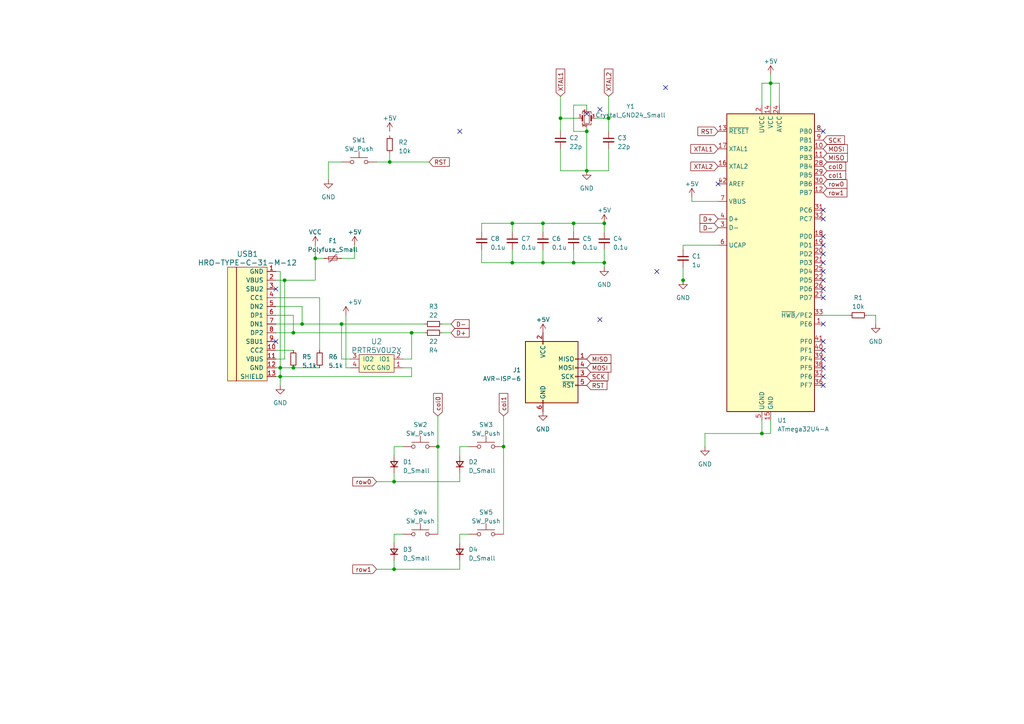
<source format=kicad_sch>
(kicad_sch (version 20230121) (generator eeschema)
  (paper "A4")
  (lib_symbols
    (symbol "Connector:AVR-ISP-6" (pin_names (offset 1.016))
      (property "Reference" "J" (at -6.35 11.43 0))
      (property "Value" "AVR-ISP-6" (at 0 11.43 0))
      (symbol "AVR-ISP-6_0_1"
        (rectangle (start -2.667 -6.858) (end -2.413 -7.62))
        (rectangle (start -2.667 10.16) (end -2.413 9.398))
        (rectangle (start 7.62 -2.413) (end 6.858 -2.667))
        (rectangle (start 7.62 0.127) (end 6.858 -0.127))
        (rectangle (start 7.62 2.667) (end 6.858 2.413))
        (rectangle (start 7.62 5.207) (end 6.858 4.953))
        (rectangle (start 7.62 10.16) (end -7.62 -7.62) (stroke (width 0.254)) (fill (type background)))
      )
      (symbol "AVR-ISP-6_1_1"
        (pin passive line (at 10.16 5.08 180) (length 2.54) (name "MISO") (number "1"))
        (pin passive line (at -2.54 12.7 270) (length 2.54) (name "VCC") (number "2"))
        (pin passive line (at 10.16 0 180) (length 2.54) (name "SCK") (number "3"))
        (pin passive line (at 10.16 2.54 180) (length 2.54) (name "MOSI") (number "4"))
        (pin passive line (at 10.16 -2.54 180) (length 2.54) (name "~{RST}") (number "5"))
        (pin passive line (at -2.54 -10.16 90) (length 2.54) (name "GND") (number "6"))
      )
    )
    (symbol "Device:C_Small" (pin_numbers hide) (pin_names (offset 0.254) hide)
      (property "Reference" "C" (at 0.254 1.778 0))
      (property "Value" "C_Small" (at 0.254 -2.032 0))
      (symbol "C_Small_0_1"
        (polyline (pts (xy -1.524 -0.508) (xy 1.524 -0.508)) (stroke (width 0.3302)))
        (polyline (pts (xy -1.524 0.508) (xy 1.524 0.508)) (stroke (width 0.3048)))
      )
      (symbol "C_Small_1_1"
        (pin passive line (at 0 2.54 270) (length 2.032) (name "~") (number "1"))
        (pin passive line (at 0 -2.54 90) (length 2.032) (name "~") (number "2"))
      )
    )
    (symbol "Device:Crystal_GND24_Small" (pin_names (offset 1.016) hide)
      (property "Reference" "Y" (at 1.27 4.445 0))
      (property "Value" "Crystal_GND24_Small" (at 1.27 2.54 0))
      (symbol "Crystal_GND24_Small_0_1"
        (rectangle (start -0.762 -1.524) (end 0.762 1.524))
        (polyline (pts (xy -1.27 -0.762) (xy -1.27 0.762)) (stroke (width 0.381)))
        (polyline (pts (xy 1.27 -0.762) (xy 1.27 0.762)) (stroke (width 0.381)))
        (polyline (pts (xy -1.27 -1.27) (xy -1.27 -1.905) (xy 1.27 -1.905) (xy 1.27 -1.27)))
        (polyline (pts (xy -1.27 1.27) (xy -1.27 1.905) (xy 1.27 1.905) (xy 1.27 1.27)))
      )
      (symbol "Crystal_GND24_Small_1_1"
        (pin passive line (at -2.54 0 0) (length 1.27) (name "1") (number "1"))
        (pin passive line (at 0 -2.54 90) (length 0.635) (name "2") (number "2"))
        (pin passive line (at 2.54 0 180) (length 1.27) (name "3") (number "3"))
        (pin passive line (at 0 2.54 270) (length 0.635) (name "4") (number "4"))
      )
    )
    (symbol "Device:D_Small" (pin_numbers hide) (pin_names (offset 0.254) hide)
      (property "Reference" "D" (at -1.27 2.032 0))
      (property "Value" "D_Small" (at -3.81 -2.032 0))
      (symbol "D_Small_0_1"
        (polyline (pts (xy -0.762 -1.016) (xy -0.762 1.016)) (stroke (width 0.254)))
        (polyline (pts (xy -0.762 0) (xy 0.762 0)))
        (polyline (pts (xy 0.762 -1.016) (xy -0.762 0) (xy 0.762 1.016) (xy 0.762 -1.016)) (stroke (width 0.254)))
      )
      (symbol "D_Small_1_1"
        (pin passive line (at -2.54 0 0) (length 1.778) (name "K") (number "1"))
        (pin passive line (at 2.54 0 180) (length 1.778) (name "A") (number "2"))
      )
    )
    (symbol "Device:Polyfuse_Small" (pin_numbers hide) (pin_names (offset 0))
      (property "Reference" "F" (at -1.905 0 90))
      (property "Value" "Polyfuse_Small" (at 1.905 0 90))
      (symbol "Polyfuse_Small_0_1"
        (rectangle (start -0.508 1.27) (end 0.508 -1.27))
        (polyline (pts (xy 0 2.54) (xy 0 -2.54)))
        (polyline (pts (xy -1.016 1.27) (xy -1.016 0.762) (xy 1.016 -0.762) (xy 1.016 -1.27)))
      )
      (symbol "Polyfuse_Small_1_1"
        (pin passive line (at 0 2.54 270) (length 0.635) (name "~") (number "1"))
        (pin passive line (at 0 -2.54 90) (length 0.635) (name "~") (number "2"))
      )
    )
    (symbol "Device:R_Small" (pin_numbers hide) (pin_names (offset 0.254) hide)
      (property "Reference" "R" (at 0.762 0.508 0))
      (property "Value" "R_Small" (at 0.762 -1.016 0))
      (symbol "R_Small_0_1"
        (rectangle (start -0.762 1.778) (end 0.762 -1.778) (stroke (width 0.2032)))
      )
      (symbol "R_Small_1_1"
        (pin passive line (at 0 2.54 270) (length 0.762) (name "~") (number "1"))
        (pin passive line (at 0 -2.54 90) (length 0.762) (name "~") (number "2"))
      )
    )
    (symbol "MCU_Microchip_ATmega:ATmega32U4-A"
      (property "Reference" "U" (at -12.7 44.45 0))
      (property "Value" "ATmega32U4-A" (at 2.54 -44.45 0))
      (symbol "ATmega32U4-A_0_1"
        (rectangle (start -12.7 -43.18) (end 12.7 43.18) (stroke (width 0.254)) (fill (type background)))
      )
      (symbol "ATmega32U4-A_1_1"
        (pin bidirectional line (at 15.24 -17.78 180) (length 2.54) (name "PE6") (number "1"))
        (pin bidirectional line (at 15.24 33.02 180) (length 2.54) (name "PB2") (number "10"))
        (pin bidirectional line (at 15.24 30.48 180) (length 2.54) (name "PB3") (number "11"))
        (pin bidirectional line (at 15.24 20.32 180) (length 2.54) (name "PB7") (number "12"))
        (pin input line (at -15.24 38.1 0) (length 2.54) (name "~{RESET}") (number "13"))
        (pin power_in line (at 0 45.72 270) (length 2.54) (name "VCC") (number "14"))
        (pin power_in line (at 0 -45.72 90) (length 2.54) (name "GND") (number "15"))
        (pin output line (at -15.24 27.94 0) (length 2.54) (name "XTAL2") (number "16"))
        (pin input line (at -15.24 33.02 0) (length 2.54) (name "XTAL1") (number "17"))
        (pin bidirectional line (at 15.24 7.62 180) (length 2.54) (name "PD0") (number "18"))
        (pin bidirectional line (at 15.24 5.08 180) (length 2.54) (name "PD1") (number "19"))
        (pin power_in line (at -2.54 45.72 270) (length 2.54) (name "UVCC") (number "2"))
        (pin bidirectional line (at 15.24 2.54 180) (length 2.54) (name "PD2") (number "20"))
        (pin bidirectional line (at 15.24 0 180) (length 2.54) (name "PD3") (number "21"))
        (pin bidirectional line (at 15.24 -5.08 180) (length 2.54) (name "PD5") (number "22"))
        (pin passive line (at 0 -45.72 90) (length 2.54) hide (name "GND") (number "23"))
        (pin power_in line (at 2.54 45.72 270) (length 2.54) (name "AVCC") (number "24"))
        (pin bidirectional line (at 15.24 -2.54 180) (length 2.54) (name "PD4") (number "25"))
        (pin bidirectional line (at 15.24 -7.62 180) (length 2.54) (name "PD6") (number "26"))
        (pin bidirectional line (at 15.24 -10.16 180) (length 2.54) (name "PD7") (number "27"))
        (pin bidirectional line (at 15.24 27.94 180) (length 2.54) (name "PB4") (number "28"))
        (pin bidirectional line (at 15.24 25.4 180) (length 2.54) (name "PB5") (number "29"))
        (pin bidirectional line (at -15.24 10.16 0) (length 2.54) (name "D-") (number "3"))
        (pin bidirectional line (at 15.24 22.86 180) (length 2.54) (name "PB6") (number "30"))
        (pin bidirectional line (at 15.24 15.24 180) (length 2.54) (name "PC6") (number "31"))
        (pin bidirectional line (at 15.24 12.7 180) (length 2.54) (name "PC7") (number "32"))
        (pin bidirectional line (at 15.24 -15.24 180) (length 2.54) (name "~{HWB}/PE2") (number "33"))
        (pin passive line (at 0 45.72 270) (length 2.54) hide (name "VCC") (number "34"))
        (pin passive line (at 0 -45.72 90) (length 2.54) hide (name "GND") (number "35"))
        (pin bidirectional line (at 15.24 -35.56 180) (length 2.54) (name "PF7") (number "36"))
        (pin bidirectional line (at 15.24 -33.02 180) (length 2.54) (name "PF6") (number "37"))
        (pin bidirectional line (at 15.24 -30.48 180) (length 2.54) (name "PF5") (number "38"))
        (pin bidirectional line (at 15.24 -27.94 180) (length 2.54) (name "PF4") (number "39"))
        (pin bidirectional line (at -15.24 12.7 0) (length 2.54) (name "D+") (number "4"))
        (pin bidirectional line (at 15.24 -25.4 180) (length 2.54) (name "PF1") (number "40"))
        (pin bidirectional line (at 15.24 -22.86 180) (length 2.54) (name "PF0") (number "41"))
        (pin passive line (at -15.24 22.86 0) (length 2.54) (name "AREF") (number "42"))
        (pin passive line (at 0 -45.72 90) (length 2.54) hide (name "GND") (number "43"))
        (pin passive line (at 2.54 45.72 270) (length 2.54) hide (name "AVCC") (number "44"))
        (pin passive line (at -2.54 -45.72 90) (length 2.54) (name "UGND") (number "5"))
        (pin passive line (at -15.24 5.08 0) (length 2.54) (name "UCAP") (number "6"))
        (pin input line (at -15.24 17.78 0) (length 2.54) (name "VBUS") (number "7"))
        (pin bidirectional line (at 15.24 38.1 180) (length 2.54) (name "PB0") (number "8"))
        (pin bidirectional line (at 15.24 35.56 180) (length 2.54) (name "PB1") (number "9"))
      )
    )
    (symbol "Switch:SW_Push" (pin_numbers hide) (pin_names (offset 1.016) hide)
      (property "Reference" "SW" (at 1.27 2.54 0))
      (property "Value" "SW_Push" (at 0 -1.524 0))
      (symbol "SW_Push_0_1"
        (circle (center -2.032 0) (radius 0.508))
        (polyline (pts (xy 0 1.27) (xy 0 3.048)))
        (polyline (pts (xy 2.54 1.27) (xy -2.54 1.27)))
        (circle (center 2.032 0) (radius 0.508))
        (pin passive line (at -5.08 0 0) (length 2.54) (name "1") (number "1"))
        (pin passive line (at 5.08 0 180) (length 2.54) (name "2") (number "2"))
      )
    )
    (symbol "Type-C:HRO-TYPE-C-31-M-12" (pin_names (offset 1.016))
      (property "Reference" "USB" (at -5.08 16.51 0))
      (property "Value" "HRO-TYPE-C-31-M-12" (at -10.16 -1.27 90))
      (symbol "HRO-TYPE-C-31-M-12_0_1"
        (rectangle (start -11.43 15.24) (end -8.89 -17.78) (fill (type background)))
        (rectangle (start 0 -17.78) (end -8.89 15.24) (fill (type background)))
      )
      (symbol "HRO-TYPE-C-31-M-12_1_1"
        (pin input line (at 2.54 13.97 180) (length 2.54) (name "GND") (number "1"))
        (pin input line (at 2.54 -8.89 180) (length 2.54) (name "CC2") (number "10"))
        (pin input line (at 2.54 -11.43 180) (length 2.54) (name "VBUS") (number "11"))
        (pin input line (at 2.54 -13.97 180) (length 2.54) (name "GND") (number "12"))
        (pin input line (at 2.54 -16.51 180) (length 2.54) (name "SHIELD") (number "13"))
        (pin input line (at 2.54 11.43 180) (length 2.54) (name "VBUS") (number "2"))
        (pin input line (at 2.54 8.89 180) (length 2.54) (name "SBU2") (number "3"))
        (pin input line (at 2.54 6.35 180) (length 2.54) (name "CC1") (number "4"))
        (pin input line (at 2.54 3.81 180) (length 2.54) (name "DN2") (number "5"))
        (pin input line (at 2.54 1.27 180) (length 2.54) (name "DP1") (number "6"))
        (pin input line (at 2.54 -1.27 180) (length 2.54) (name "DN1") (number "7"))
        (pin input line (at 2.54 -3.81 180) (length 2.54) (name "DP2") (number "8"))
        (pin input line (at 2.54 -6.35 180) (length 2.54) (name "SBU1") (number "9"))
      )
    )
    (symbol "power:+5V" (power) (pin_names (offset 0))
      (property "Value" "+5V" (at 0 3.556 0))
      (symbol "+5V_0_1"
        (polyline (pts (xy -0.762 1.27) (xy 0 2.54)))
        (polyline (pts (xy 0 0) (xy 0 2.54)))
        (polyline (pts (xy 0 2.54) (xy 0.762 1.27)))
      )
      (symbol "+5V_1_1"
        (pin power_in line (at 0 0 90) (length 0) hide (name "+5V") (number "1"))
      )
    )
    (symbol "power:GND" (power) (pin_names (offset 0))
      (property "Value" "GND" (at 0 -3.81 0))
      (symbol "GND_0_1"
        (polyline (pts (xy 0 0) (xy 0 -1.27) (xy 1.27 -1.27) (xy 0 -2.54) (xy -1.27 -1.27) (xy 0 -1.27)))
      )
      (symbol "GND_1_1"
        (pin power_in line (at 0 0 270) (length 0) hide (name "GND") (number "1"))
      )
    )
    (symbol "power:VCC" (power) (pin_names (offset 0))
      (property "Value" "VCC" (at 0 3.81 0))
      (symbol "VCC_0_1"
        (polyline (pts (xy -0.762 1.27) (xy 0 2.54)))
        (polyline (pts (xy 0 0) (xy 0 2.54)))
        (polyline (pts (xy 0 2.54) (xy 0.762 1.27)))
      )
      (symbol "VCC_1_1"
        (pin power_in line (at 0 0 90) (length 0) hide (name "VCC") (number "1"))
      )
    )
    (symbol "random-keyboard-parts:PRTR5V0U2X" (pin_names (offset 1.016))
      (property "Reference" "U" (at 0 3.81 0))
      (property "Value" "PRTR5V0U2X" (at 0 -3.81 0))
      (symbol "PRTR5V0U2X_0_1"
        (rectangle (start -5.08 2.54) (end 5.08 -2.54) (fill (type background)))
      )
      (symbol "PRTR5V0U2X_1_1"
        (pin input line (at -7.62 1.27 0) (length 2.54) (name "GND") (number "1"))
        (pin input line (at -7.62 -1.27 0) (length 2.54) (name "IO1") (number "2"))
        (pin input line (at 7.62 -1.27 180) (length 2.54) (name "IO2") (number "3"))
        (pin input line (at 7.62 1.27 180) (length 2.54) (name "VCC") (number "4"))
      )
    )
  )
  (junction (at 99.06 93.98))
  (junction (at 85.09 106.68))
  (junction (at 81.28 106.68))
  (junction (at 170.18 49.53))
  (junction (at 166.37 64.77))
  (junction (at 113.03 46.99))
  (junction (at 148.59 76.2))
  (junction (at 220.98 125.73))
  (junction (at 170.18 38.1))
  (junction (at 223.52 24.13))
  (junction (at 157.48 76.2))
  (junction (at 91.44 74.93))
  (junction (at 81.28 109.22))
  (junction (at 119.38 96.52))
  (junction (at 176.53 34.29))
  (junction (at 146.05 129.54))
  (junction (at 148.59 64.77))
  (junction (at 198.12 81.28))
  (junction (at 127 129.54))
  (junction (at 82.55 81.28))
  (junction (at 175.26 76.2))
  (junction (at 166.37 76.2))
  (junction (at 87.63 93.98))
  (junction (at 85.09 96.52))
  (junction (at 114.3 165.1))
  (junction (at 114.3 139.7))
  (junction (at 175.26 64.77))
  (junction (at 162.56 34.29))
  (junction (at 157.48 64.77))
  (no_connect (at 133.35 38.1))
  (no_connect (at 238.76 83.82))
  (no_connect (at 173.99 92.71))
  (no_connect (at 193.04 25.4))
  (no_connect (at 238.76 106.68))
  (no_connect (at 238.76 93.98))
  (no_connect (at 238.76 104.14))
  (no_connect (at 238.76 101.6))
  (no_connect (at 170.18 33.02))
  (no_connect (at 238.76 60.96))
  (no_connect (at 238.76 78.74))
  (no_connect (at 208.28 53.34))
  (no_connect (at 238.76 76.2))
  (no_connect (at 173.99 31.75))
  (no_connect (at 238.76 99.06))
  (no_connect (at 238.76 71.12))
  (no_connect (at 238.76 63.5))
  (no_connect (at 238.76 111.76))
  (no_connect (at 238.76 68.58))
  (no_connect (at 190.5 78.74))
  (no_connect (at 80.01 99.06))
  (no_connect (at 238.76 109.22))
  (no_connect (at 238.76 81.28))
  (no_connect (at 80.01 83.82))
  (no_connect (at 238.76 86.36))
  (no_connect (at 238.76 38.1))
  (no_connect (at 238.76 73.66))
  (wire (pts (xy 162.56 34.29) (xy 162.56 38.1)))
  (wire (pts (xy 81.28 106.68) (xy 85.09 106.68)))
  (wire (pts (xy 162.56 49.53) (xy 170.18 49.53)))
  (wire (pts (xy 157.48 76.2) (xy 148.59 76.2)))
  (wire (pts (xy 109.22 139.7) (xy 114.3 139.7)))
  (wire (pts (xy 100.33 106.68) (xy 101.6 106.68)))
  (wire (pts (xy 220.98 121.92) (xy 220.98 125.73)))
  (wire (pts (xy 82.55 104.14) (xy 80.01 104.14)))
  (wire (pts (xy 81.28 109.22) (xy 81.28 111.76)))
  (wire (pts (xy 166.37 64.77) (xy 157.48 64.77)))
  (wire (pts (xy 81.28 106.68) (xy 81.28 109.22)))
  (wire (pts (xy 198.12 71.12) (xy 208.28 71.12)))
  (wire (pts (xy 133.35 137.16) (xy 133.35 139.7)))
  (wire (pts (xy 109.22 46.99) (xy 113.03 46.99)))
  (wire (pts (xy 146.05 120.65) (xy 146.05 129.54)))
  (wire (pts (xy 80.01 91.44) (xy 85.09 91.44)))
  (wire (pts (xy 99.06 46.99) (xy 95.25 46.99)))
  (wire (pts (xy 220.98 125.73) (xy 223.52 125.73)))
  (wire (pts (xy 166.37 38.1) (xy 170.18 38.1)))
  (wire (pts (xy 204.47 125.73) (xy 220.98 125.73)))
  (wire (pts (xy 166.37 30.48) (xy 166.37 38.1)))
  (wire (pts (xy 114.3 137.16) (xy 114.3 139.7)))
  (wire (pts (xy 172.72 34.29) (xy 176.53 34.29)))
  (wire (pts (xy 223.52 24.13) (xy 223.52 30.48)))
  (wire (pts (xy 116.84 154.94) (xy 114.3 154.94)))
  (wire (pts (xy 80.01 93.98) (xy 87.63 93.98)))
  (wire (pts (xy 148.59 64.77) (xy 139.7 64.77)))
  (wire (pts (xy 223.52 121.92) (xy 223.52 125.73)))
  (wire (pts (xy 85.09 101.6) (xy 80.01 101.6)))
  (wire (pts (xy 82.55 81.28) (xy 80.01 81.28)))
  (wire (pts (xy 220.98 24.13) (xy 223.52 24.13)))
  (wire (pts (xy 80.01 88.9) (xy 87.63 88.9)))
  (wire (pts (xy 157.48 64.77) (xy 148.59 64.77)))
  (wire (pts (xy 128.27 96.52) (xy 130.81 96.52)))
  (wire (pts (xy 198.12 77.47) (xy 198.12 81.28)))
  (wire (pts (xy 92.71 86.36) (xy 92.71 101.6)))
  (wire (pts (xy 109.22 165.1) (xy 114.3 165.1)))
  (wire (pts (xy 166.37 76.2) (xy 166.37 72.39)))
  (wire (pts (xy 116.84 106.68) (xy 119.38 106.68)))
  (wire (pts (xy 148.59 76.2) (xy 139.7 76.2)))
  (wire (pts (xy 200.66 58.42) (xy 208.28 58.42)))
  (wire (pts (xy 91.44 81.28) (xy 82.55 81.28)))
  (wire (pts (xy 119.38 109.22) (xy 81.28 109.22)))
  (wire (pts (xy 223.52 24.13) (xy 223.52 21.59)))
  (wire (pts (xy 198.12 72.39) (xy 198.12 71.12)))
  (wire (pts (xy 175.26 76.2) (xy 166.37 76.2)))
  (wire (pts (xy 119.38 104.14) (xy 119.38 96.52)))
  (wire (pts (xy 220.98 24.13) (xy 220.98 30.48)))
  (wire (pts (xy 82.55 81.28) (xy 82.55 104.14)))
  (wire (pts (xy 238.76 91.44) (xy 246.38 91.44)))
  (wire (pts (xy 119.38 106.68) (xy 119.38 109.22)))
  (wire (pts (xy 81.28 78.74) (xy 80.01 78.74)))
  (wire (pts (xy 170.18 49.53) (xy 176.53 49.53)))
  (wire (pts (xy 170.18 31.75) (xy 170.18 30.48)))
  (wire (pts (xy 162.56 43.18) (xy 162.56 49.53)))
  (wire (pts (xy 146.05 129.54) (xy 146.05 154.94)))
  (wire (pts (xy 157.48 64.77) (xy 157.48 67.31)))
  (wire (pts (xy 204.47 129.54) (xy 204.47 125.73)))
  (wire (pts (xy 114.3 129.54) (xy 114.3 132.08)))
  (wire (pts (xy 116.84 129.54) (xy 114.3 129.54)))
  (wire (pts (xy 100.33 91.44) (xy 100.33 106.68)))
  (wire (pts (xy 170.18 38.1) (xy 170.18 49.53)))
  (wire (pts (xy 91.44 74.93) (xy 91.44 71.12)))
  (wire (pts (xy 91.44 74.93) (xy 91.44 81.28)))
  (wire (pts (xy 157.48 76.2) (xy 157.48 72.39)))
  (wire (pts (xy 133.35 154.94) (xy 133.35 157.48)))
  (wire (pts (xy 87.63 88.9) (xy 87.63 93.98)))
  (wire (pts (xy 133.35 129.54) (xy 133.35 132.08)))
  (wire (pts (xy 128.27 93.98) (xy 130.81 93.98)))
  (wire (pts (xy 175.26 64.77) (xy 166.37 64.77)))
  (wire (pts (xy 200.66 57.15) (xy 200.66 58.42)))
  (wire (pts (xy 99.06 104.14) (xy 99.06 93.98)))
  (wire (pts (xy 176.53 27.94) (xy 176.53 34.29)))
  (wire (pts (xy 170.18 36.83) (xy 170.18 38.1)))
  (wire (pts (xy 114.3 139.7) (xy 133.35 139.7)))
  (wire (pts (xy 81.28 106.68) (xy 81.28 78.74)))
  (wire (pts (xy 114.3 162.56) (xy 114.3 165.1)))
  (wire (pts (xy 80.01 96.52) (xy 85.09 96.52)))
  (wire (pts (xy 176.53 49.53) (xy 176.53 43.18)))
  (wire (pts (xy 176.53 34.29) (xy 176.53 38.1)))
  (wire (pts (xy 166.37 64.77) (xy 166.37 67.31)))
  (wire (pts (xy 175.26 76.2) (xy 175.26 77.47)))
  (wire (pts (xy 170.18 30.48) (xy 166.37 30.48)))
  (wire (pts (xy 254 93.98) (xy 254 91.44)))
  (wire (pts (xy 133.35 162.56) (xy 133.35 165.1)))
  (wire (pts (xy 124.46 46.99) (xy 113.03 46.99)))
  (wire (pts (xy 162.56 27.94) (xy 162.56 34.29)))
  (wire (pts (xy 87.63 93.98) (xy 99.06 93.98)))
  (wire (pts (xy 102.87 74.93) (xy 99.06 74.93)))
  (wire (pts (xy 114.3 165.1) (xy 133.35 165.1)))
  (wire (pts (xy 119.38 96.52) (xy 123.19 96.52)))
  (wire (pts (xy 80.01 106.68) (xy 81.28 106.68)))
  (wire (pts (xy 113.03 46.99) (xy 113.03 44.45)))
  (wire (pts (xy 85.09 96.52) (xy 119.38 96.52)))
  (wire (pts (xy 80.01 86.36) (xy 92.71 86.36)))
  (wire (pts (xy 127 129.54) (xy 127 154.94)))
  (wire (pts (xy 80.01 109.22) (xy 81.28 109.22)))
  (wire (pts (xy 114.3 154.94) (xy 114.3 157.48)))
  (wire (pts (xy 101.6 104.14) (xy 99.06 104.14)))
  (wire (pts (xy 223.52 24.13) (xy 226.06 24.13)))
  (wire (pts (xy 139.7 64.77) (xy 139.7 67.31)))
  (wire (pts (xy 93.98 74.93) (xy 91.44 74.93)))
  (wire (pts (xy 226.06 24.13) (xy 226.06 30.48)))
  (wire (pts (xy 148.59 76.2) (xy 148.59 72.39)))
  (wire (pts (xy 175.26 64.77) (xy 175.26 67.31)))
  (wire (pts (xy 127 120.65) (xy 127 129.54)))
  (wire (pts (xy 166.37 76.2) (xy 157.48 76.2)))
  (wire (pts (xy 251.46 91.44) (xy 254 91.44)))
  (wire (pts (xy 198.12 81.28) (xy 198.12 82.55)))
  (wire (pts (xy 116.84 104.14) (xy 119.38 104.14)))
  (wire (pts (xy 95.25 46.99) (xy 95.25 52.07)))
  (wire (pts (xy 85.09 106.68) (xy 92.71 106.68)))
  (wire (pts (xy 135.89 154.94) (xy 133.35 154.94)))
  (wire (pts (xy 148.59 64.77) (xy 148.59 67.31)))
  (wire (pts (xy 102.87 71.12) (xy 102.87 74.93)))
  (wire (pts (xy 175.26 72.39) (xy 175.26 76.2)))
  (wire (pts (xy 99.06 93.98) (xy 123.19 93.98)))
  (wire (pts (xy 162.56 34.29) (xy 167.64 34.29)))
  (wire (pts (xy 139.7 76.2) (xy 139.7 72.39)))
  (wire (pts (xy 85.09 91.44) (xy 85.09 96.52)))
  (wire (pts (xy 135.89 129.54) (xy 133.35 129.54)))
  (global_label "SCK" (shape input) (at 238.76 40.64 0) (property "Intersheetrefs" "${INTERSHEET_REFS}" (effects hide)))
  (global_label "SCK" (shape input) (at 170.18 109.22 0) (property "Intersheetrefs" "${INTERSHEET_REFS}" (effects hide)))
  (global_label "col1" (shape input) (at 146.05 120.65 90) (property "Intersheetrefs" "${INTERSHEET_REFS}" (effects hide)))
  (global_label "RST" (shape input) (at 170.18 111.76 0) (property "Intersheetrefs" "${INTERSHEET_REFS}" (effects hide)))
  (global_label "MOSI" (shape input) (at 170.18 106.68 0) (property "Intersheetrefs" "${INTERSHEET_REFS}" (effects hide)))
  (global_label "RST" (shape input) (at 124.46 46.99 0) (property "Intersheetrefs" "${INTERSHEET_REFS}" (effects hide)))
  (global_label "XTAL2" (shape input) (at 176.53 27.94 90) (property "Intersheetrefs" "${INTERSHEET_REFS}" (effects hide)))
  (global_label "MOSI" (shape input) (at 238.76 43.18 0) (property "Intersheetrefs" "${INTERSHEET_REFS}" (effects hide)))
  (global_label "D+" (shape input) (at 208.28 63.5 180) (property "Intersheetrefs" "${INTERSHEET_REFS}" (effects hide)))
  (global_label "col1" (shape input) (at 238.76 50.8 0) (property "Intersheetrefs" "${INTERSHEET_REFS}" (effects hide)))
  (global_label "MISO" (shape input) (at 238.76 45.72 0) (property "Intersheetrefs" "${INTERSHEET_REFS}" (effects hide)))
  (global_label "row1" (shape input) (at 109.22 165.1 180) (property "Intersheetrefs" "${INTERSHEET_REFS}" (effects hide)))
  (global_label "XTAL1" (shape input) (at 162.56 27.94 90) (property "Intersheetrefs" "${INTERSHEET_REFS}" (effects hide)))
  (global_label "D-" (shape input) (at 208.28 66.04 180) (property "Intersheetrefs" "${INTERSHEET_REFS}" (effects hide)))
  (global_label "col0" (shape input) (at 238.76 48.26 0) (property "Intersheetrefs" "${INTERSHEET_REFS}" (effects hide)))
  (global_label "row1" (shape input) (at 238.76 55.88 0) (property "Intersheetrefs" "${INTERSHEET_REFS}" (effects hide)))
  (global_label "row0" (shape input) (at 238.76 53.34 0) (property "Intersheetrefs" "${INTERSHEET_REFS}" (effects hide)))
  (global_label "MISO" (shape input) (at 170.18 104.14 0) (property "Intersheetrefs" "${INTERSHEET_REFS}" (effects hide)))
  (global_label "XTAL2" (shape input) (at 208.28 48.26 180) (property "Intersheetrefs" "${INTERSHEET_REFS}" (effects hide)))
  (global_label "col0" (shape input) (at 127 120.65 90) (property "Intersheetrefs" "${INTERSHEET_REFS}" (effects hide)))
  (global_label "row0" (shape input) (at 109.22 139.7 180) (property "Intersheetrefs" "${INTERSHEET_REFS}" (effects hide)))
  (global_label "D+" (shape input) (at 130.81 96.52 0) (property "Intersheetrefs" "${INTERSHEET_REFS}" (effects hide)))
  (global_label "XTAL1" (shape input) (at 208.28 43.18 180) (property "Intersheetrefs" "${INTERSHEET_REFS}" (effects hide)))
  (global_label "RST" (shape input) (at 208.28 38.1 180) (property "Intersheetrefs" "${INTERSHEET_REFS}" (effects hide)))
  (global_label "D-" (shape input) (at 130.81 93.98 0) (property "Intersheetrefs" "${INTERSHEET_REFS}" (effects hide)))
  (symbol (lib_id "Device:R_Small") (at 113.03 41.91 0) (unit 1)
    (property "Reference" "R2" (at 115.57 41.275 0) (effects (justify left)))
    (property "Value" "10k" (at 115.57 43.815 0) (effects (justify left)))
    (property "Footprint" "Resistor_SMD:R_0805_2012Metric_Pad1.20x1.40mm_HandSolder" (effects hide))
  )
  (symbol (lib_id "power:+5V") (at 113.03 38.1 0) (unit 1)
    (property "Reference" "#PWR012" (effects hide))
    (property "Value" "+5V" (at 113.03 34.29 0))
  )
  (symbol (lib_id "power:GND") (at 198.12 81.28 0) (unit 1)
    (property "Reference" "#PWR05" (effects hide))
    (property "Value" "GND" (at 198.12 86.36 0))
  )
  (symbol (lib_id "Device:C_Small") (at 175.26 69.85 0) (unit 1)
    (property "Reference" "C4" (at 177.8 69.2213 0) (effects (justify left)))
    (property "Value" "0.1u" (at 177.8 71.7613 0) (effects (justify left)))
    (property "Footprint" "Capacitor_SMD:C_0805_2012Metric_Pad1.18x1.45mm_HandSolder" (effects hide))
  )
  (symbol (lib_id "power:GND") (at 204.47 129.54 0) (unit 1)
    (property "Reference" "#PWR02" (effects hide))
    (property "Value" "GND" (at 204.47 134.62 0))
  )
  (symbol (lib_id "power:GND") (at 175.26 77.47 0) (unit 1)
    (property "Reference" "#PWR08" (effects hide))
    (property "Value" "GND" (at 175.26 82.55 0))
  )
  (symbol (lib_id "Device:Polyfuse_Small") (at 96.52 74.93 90) (unit 1)
    (property "Reference" "F1" (at 96.52 69.85 90))
    (property "Value" "Polyfuse_Small" (at 96.52 72.39 90))
    (property "Footprint" "Fuse:Fuse_1206_3216Metric_Pad1.42x1.75mm_HandSolder" (effects hide))
  )
  (symbol (lib_id "Device:R_Small") (at 125.73 96.52 270) (mirror x) (unit 1)
    (property "Reference" "R4" (at 125.73 101.6 90))
    (property "Value" "22" (at 125.73 99.06 90))
    (property "Footprint" "Resistor_SMD:R_0805_2012Metric_Pad1.20x1.40mm_HandSolder" (effects hide))
  )
  (symbol (lib_id "power:+5V") (at 175.26 64.77 0) (unit 1)
    (property "Reference" "#PWR07" (effects hide))
    (property "Value" "+5V" (at 175.26 60.96 0))
  )
  (symbol (lib_id "power:GND") (at 81.28 111.76 0) (unit 1)
    (property "Reference" "#PWR015" (effects hide))
    (property "Value" "GND" (at 81.28 116.84 0))
  )
  (symbol (lib_id "Device:D_Small") (at 114.3 134.62 90) (unit 1)
    (property "Reference" "D1" (at 116.84 133.985 90) (effects (justify right)))
    (property "Value" "D_Small" (at 116.84 136.525 90) (effects (justify right)))
    (property "Footprint" "Diode_SMD:D_SOD-123" (effects hide))
    (property "Sim.Device" "D" (effects hide))
    (property "Sim.Pins" "1=K 2=A" (effects hide))
  )
  (symbol (lib_id "MCU_Microchip_ATmega:ATmega32U4-A") (at 223.52 76.2 0) (unit 1)
    (property "Reference" "U1" (at 225.4759 121.92 0) (effects (justify left)))
    (property "Value" "ATmega32U4-A" (at 225.4759 124.46 0) (effects (justify left)))
    (property "Footprint" "Package_QFP:TQFP-44_10x10mm_P0.8mm" (effects hide))
    (property "Datasheet" "http://ww1.microchip.com/downloads/en/DeviceDoc/Atmel-7766-8-bit-AVR-ATmega16U4-32U4_Datasheet.pdf" (effects hide))
  )
  (symbol (lib_id "power:+5V") (at 102.87 71.12 0) (unit 1)
    (property "Reference" "#PWR014" (effects hide))
    (property "Value" "+5V" (at 102.87 67.31 0))
  )
  (symbol (lib_id "Switch:SW_Push") (at 140.97 154.94 0) (unit 1)
    (property "Reference" "SW5" (at 140.97 148.59 0))
    (property "Value" "SW_Push" (at 140.97 151.13 0))
    (property "Footprint" "MX_Alps_Hybrid:MX-1U-NoLED" (effects hide))
  )
  (symbol (lib_id "power:GND") (at 170.18 49.53 0) (unit 1)
    (property "Reference" "#PWR06" (effects hide))
    (property "Value" "GND" (at 170.18 54.61 0))
  )
  (symbol (lib_id "Switch:SW_Push") (at 121.92 129.54 0) (unit 1)
    (property "Reference" "SW2" (at 121.92 123.19 0))
    (property "Value" "SW_Push" (at 121.92 125.73 0))
    (property "Footprint" "MX_Alps_Hybrid:MX-1U-NoLED" (effects hide))
  )
  (symbol (lib_id "Device:C_Small") (at 198.12 74.93 0) (unit 1)
    (property "Reference" "C1" (at 200.66 74.3013 0) (effects (justify left)))
    (property "Value" "1u" (at 200.66 76.8413 0) (effects (justify left)))
    (property "Footprint" "Capacitor_SMD:C_0805_2012Metric_Pad1.18x1.45mm_HandSolder" (effects hide))
  )
  (symbol (lib_id "Device:D_Small") (at 133.35 160.02 90) (unit 1)
    (property "Reference" "D4" (at 135.89 159.385 90) (effects (justify right)))
    (property "Value" "D_Small" (at 135.89 161.925 90) (effects (justify right)))
    (property "Footprint" "Diode_SMD:D_SOD-123" (effects hide))
    (property "Sim.Device" "D" (effects hide))
    (property "Sim.Pins" "1=K 2=A" (effects hide))
  )
  (symbol (lib_id "Device:C_Small") (at 157.48 69.85 0) (unit 1)
    (property "Reference" "C6" (at 160.02 69.2213 0) (effects (justify left)))
    (property "Value" "0.1u" (at 160.02 71.7613 0) (effects (justify left)))
    (property "Footprint" "Capacitor_SMD:C_0805_2012Metric_Pad1.18x1.45mm_HandSolder" (effects hide))
  )
  (symbol (lib_id "Device:C_Small") (at 148.59 69.85 0) (unit 1)
    (property "Reference" "C7" (at 151.13 69.2213 0) (effects (justify left)))
    (property "Value" "0.1u" (at 151.13 71.7613 0) (effects (justify left)))
    (property "Footprint" "Capacitor_SMD:C_0805_2012Metric_Pad1.18x1.45mm_HandSolder" (effects hide))
  )
  (symbol (lib_id "power:+5V") (at 223.52 21.59 0) (unit 1)
    (property "Reference" "#PWR01" (effects hide))
    (property "Value" "+5V" (at 223.52 17.78 0))
  )
  (symbol (lib_id "Switch:SW_Push") (at 104.14 46.99 0) (unit 1)
    (property "Reference" "SW1" (at 104.14 40.64 0))
    (property "Value" "SW_Push" (at 104.14 43.18 0))
    (property "Footprint" "Button_Switch_SMD:SW_SPST_SKQG_WithStem" (effects hide))
  )
  (symbol (lib_id "power:+5V") (at 100.33 91.44 0) (unit 1)
    (property "Reference" "#PWR016" (effects hide))
    (property "Value" "+5V" (at 102.87 87.63 0))
  )
  (symbol (lib_id "Device:C_Small") (at 176.53 40.64 0) (unit 1)
    (property "Reference" "C3" (at 179.07 40.0113 0) (effects (justify left)))
    (property "Value" "22p" (at 179.07 42.5513 0) (effects (justify left)))
    (property "Footprint" "Capacitor_SMD:C_0805_2012Metric_Pad1.18x1.45mm_HandSolder" (effects hide))
  )
  (symbol (lib_id "power:VCC") (at 91.44 71.12 0) (unit 1)
    (property "Reference" "#PWR013" (effects hide))
    (property "Value" "VCC" (at 91.44 67.31 0))
  )
  (symbol (lib_id "power:GND") (at 95.25 52.07 0) (unit 1)
    (property "Reference" "#PWR011" (effects hide))
    (property "Value" "GND" (at 95.25 57.15 0))
  )
  (symbol (lib_id "Device:C_Small") (at 166.37 69.85 0) (unit 1)
    (property "Reference" "C5" (at 168.91 69.2213 0) (effects (justify left)))
    (property "Value" "0.1u" (at 168.91 71.7613 0) (effects (justify left)))
    (property "Footprint" "Capacitor_SMD:C_0805_2012Metric_Pad1.18x1.45mm_HandSolder" (effects hide))
  )
  (symbol (lib_id "Device:R_Small") (at 248.92 91.44 90) (unit 1)
    (property "Reference" "R1" (at 248.92 86.36 90))
    (property "Value" "10k" (at 248.92 88.9 90))
    (property "Footprint" "Resistor_SMD:R_0805_2012Metric_Pad1.20x1.40mm_HandSolder" (effects hide))
  )
  (symbol (lib_id "power:+5V") (at 157.48 96.52 0) (unit 1)
    (property "Reference" "#PWR09" (effects hide))
    (property "Value" "+5V" (at 157.48 92.71 0))
  )
  (symbol (lib_id "power:GND") (at 157.48 119.38 0) (unit 1)
    (property "Reference" "#PWR010" (effects hide))
    (property "Value" "GND" (at 157.48 124.46 0))
  )
  (symbol (lib_id "Device:D_Small") (at 114.3 160.02 90) (unit 1)
    (property "Reference" "D3" (at 116.84 159.385 90) (effects (justify right)))
    (property "Value" "D_Small" (at 116.84 161.925 90) (effects (justify right)))
    (property "Footprint" "Diode_SMD:D_SOD-123" (effects hide))
    (property "Sim.Device" "D" (effects hide))
    (property "Sim.Pins" "1=K 2=A" (effects hide))
  )
  (symbol (lib_id "Device:C_Small") (at 139.7 69.85 0) (unit 1)
    (property "Reference" "C8" (at 142.24 69.2213 0) (effects (justify left)))
    (property "Value" "0.1u" (at 142.24 71.7613 0) (effects (justify left)))
    (property "Footprint" "Capacitor_SMD:C_0805_2012Metric_Pad1.18x1.45mm_HandSolder" (effects hide))
  )
  (symbol (lib_id "random-keyboard-parts:PRTR5V0U2X") (at 109.22 105.41 180) (unit 1)
    (property "Reference" "U2" (at 109.22 99.06 0) (effects (font (size 1.524 1.524))))
    (property "Value" "PRTR5V0U2X" (at 109.22 101.6 0) (effects (font (size 1.524 1.524))))
    (property "Footprint" "random-keyboard-parts.pretty-master:SOT143B" (effects hide))
  )
  (symbol (lib_id "Switch:SW_Push") (at 140.97 129.54 0) (unit 1)
    (property "Reference" "SW3" (at 140.97 123.19 0))
    (property "Value" "SW_Push" (at 140.97 125.73 0))
    (property "Footprint" "MX_Alps_Hybrid:MX-1U-NoLED" (effects hide))
  )
  (symbol (lib_id "Device:Crystal_GND24_Small") (at 170.18 34.29 0) (unit 1)
    (property "Reference" "Y1" (at 182.88 30.8611 0))
    (property "Value" "Crystal_GND24_Small" (at 182.88 33.4011 0))
    (property "Footprint" "Crystal:Crystal_SMD_3225-4Pin_3.2x2.5mm_HandSoldering" (effects hide))
  )
  (symbol (lib_id "Switch:SW_Push") (at 121.92 154.94 0) (unit 1)
    (property "Reference" "SW4" (at 121.92 148.59 0))
    (property "Value" "SW_Push" (at 121.92 151.13 0))
    (property "Footprint" "MX_Alps_Hybrid:MX-1U-NoLED" (effects hide))
  )
  (symbol (lib_id "Device:C_Small") (at 162.56 40.64 0) (unit 1)
    (property "Reference" "C2" (at 165.1 40.0113 0) (effects (justify left)))
    (property "Value" "22p" (at 165.1 42.5513 0) (effects (justify left)))
    (property "Footprint" "Capacitor_SMD:C_0805_2012Metric_Pad1.18x1.45mm_HandSolder" (effects hide))
  )
  (symbol (lib_id "Device:R_Small") (at 92.71 104.14 0) (unit 1)
    (property "Reference" "R6" (at 95.25 103.505 0) (effects (justify left)))
    (property "Value" "5.1k" (at 95.25 106.045 0) (effects (justify left)))
    (property "Footprint" "Resistor_SMD:R_0805_2012Metric_Pad1.20x1.40mm_HandSolder" (effects hide))
  )
  (symbol (lib_id "Type-C:HRO-TYPE-C-31-M-12") (at 77.47 92.71 0) (unit 1)
    (property "Reference" "USB1" (at 71.755 73.66 0) (effects (font (size 1.524 1.524))))
    (property "Value" "HRO-TYPE-C-31-M-12" (at 71.755 76.2 0) (effects (font (size 1.524 1.524))))
    (property "Footprint" "Type-C.pretty-master:HRO-TYPE-C-31-M-12-HandSoldering" (effects hide))
  )
  (symbol (lib_id "power:GND") (at 254 93.98 0) (unit 1)
    (property "Reference" "#PWR04" (effects hide))
    (property "Value" "GND" (at 254 99.06 0))
  )
  (symbol (lib_id "Device:D_Small") (at 133.35 134.62 90) (unit 1)
    (property "Reference" "D2" (at 135.89 133.985 90) (effects (justify right)))
    (property "Value" "D_Small" (at 135.89 136.525 90) (effects (justify right)))
    (property "Footprint" "Diode_SMD:D_SOD-123" (effects hide))
    (property "Sim.Device" "D" (effects hide))
    (property "Sim.Pins" "1=K 2=A" (effects hide))
  )
  (symbol (lib_id "power:+5V") (at 200.66 57.15 0) (unit 1)
    (property "Reference" "#PWR03" (effects hide))
    (property "Value" "+5V" (at 200.66 53.34 0))
  )
  (symbol (lib_id "Device:R_Small") (at 85.09 104.14 0) (unit 1)
    (property "Reference" "R5" (at 87.63 103.505 0) (effects (justify left)))
    (property "Value" "5.1k" (at 87.63 106.045 0) (effects (justify left)))
    (property "Footprint" "Resistor_SMD:R_0805_2012Metric_Pad1.20x1.40mm_HandSolder" (effects hide))
  )
  (symbol (lib_id "Connector:AVR-ISP-6") (at 160.02 109.22 0) (unit 1)
    (property "Reference" "J1" (at 151.13 107.315 0) (effects (justify right)))
    (property "Value" "AVR-ISP-6" (at 151.13 109.855 0) (effects (justify right)))
    (property "Footprint" "random-keyboard-parts.pretty-master:Reset_Pretty-Mask" (effects hide))
    (property "Datasheet" " ~" (effects hide))
  )
  (symbol (lib_id "Device:R_Small") (at 125.73 93.98 90) (unit 1)
    (property "Reference" "R3" (at 125.73 88.9 90))
    (property "Value" "22" (at 125.73 91.44 90))
    (property "Footprint" "Resistor_SMD:R_0805_2012Metric_Pad1.20x1.40mm_HandSolder" (effects hide))
  )
)
</source>
